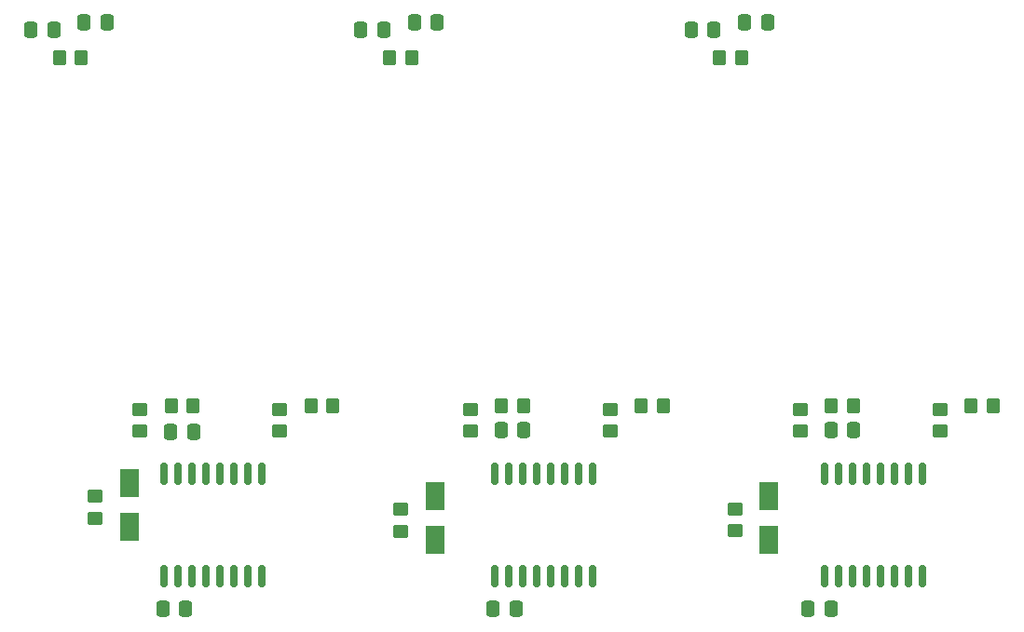
<source format=gbr>
%TF.GenerationSoftware,KiCad,Pcbnew,(7.0.0)*%
%TF.CreationDate,2023-04-01T11:09:39+07:00*%
%TF.ProjectId,gut-kontrol-1kW,6775742d-6b6f-46e7-9472-6f6c2d316b57,rev?*%
%TF.SameCoordinates,Original*%
%TF.FileFunction,Paste,Top*%
%TF.FilePolarity,Positive*%
%FSLAX46Y46*%
G04 Gerber Fmt 4.6, Leading zero omitted, Abs format (unit mm)*
G04 Created by KiCad (PCBNEW (7.0.0)) date 2023-04-01 11:09:39*
%MOMM*%
%LPD*%
G01*
G04 APERTURE LIST*
G04 Aperture macros list*
%AMRoundRect*
0 Rectangle with rounded corners*
0 $1 Rounding radius*
0 $2 $3 $4 $5 $6 $7 $8 $9 X,Y pos of 4 corners*
0 Add a 4 corners polygon primitive as box body*
4,1,4,$2,$3,$4,$5,$6,$7,$8,$9,$2,$3,0*
0 Add four circle primitives for the rounded corners*
1,1,$1+$1,$2,$3*
1,1,$1+$1,$4,$5*
1,1,$1+$1,$6,$7*
1,1,$1+$1,$8,$9*
0 Add four rect primitives between the rounded corners*
20,1,$1+$1,$2,$3,$4,$5,0*
20,1,$1+$1,$4,$5,$6,$7,0*
20,1,$1+$1,$6,$7,$8,$9,0*
20,1,$1+$1,$8,$9,$2,$3,0*%
G04 Aperture macros list end*
%ADD10RoundRect,0.250000X0.337500X0.475000X-0.337500X0.475000X-0.337500X-0.475000X0.337500X-0.475000X0*%
%ADD11RoundRect,0.250000X-0.350000X-0.450000X0.350000X-0.450000X0.350000X0.450000X-0.350000X0.450000X0*%
%ADD12RoundRect,0.250000X0.450000X-0.350000X0.450000X0.350000X-0.450000X0.350000X-0.450000X-0.350000X0*%
%ADD13RoundRect,0.250000X-0.337500X-0.475000X0.337500X-0.475000X0.337500X0.475000X-0.337500X0.475000X0*%
%ADD14RoundRect,0.250000X0.350000X0.450000X-0.350000X0.450000X-0.350000X-0.450000X0.350000X-0.450000X0*%
%ADD15R,1.800000X2.500000*%
%ADD16RoundRect,0.150000X-0.150000X0.875000X-0.150000X-0.875000X0.150000X-0.875000X0.150000X0.875000X0*%
G04 APERTURE END LIST*
D10*
%TO.C,C1*%
X60749000Y-96266000D03*
X58674000Y-96266000D03*
%TD*%
D11*
%TO.C,R17*%
X78530000Y-62230000D03*
X80530000Y-62230000D03*
%TD*%
D12*
%TO.C,R6*%
X79577000Y-105317064D03*
X79577000Y-103317064D03*
%TD*%
D13*
%TO.C,C15*%
X75952500Y-59690000D03*
X78027500Y-59690000D03*
%TD*%
D14*
%TO.C,R12*%
X90690000Y-93964000D03*
X88690000Y-93964000D03*
%TD*%
D15*
%TO.C,D3*%
X113025531Y-102122935D03*
X113025531Y-106122935D03*
%TD*%
D14*
%TO.C,R13*%
X103390000Y-93964000D03*
X101390000Y-93964000D03*
%TD*%
D12*
%TO.C,R7*%
X109925532Y-105300000D03*
X109925532Y-103300000D03*
%TD*%
D15*
%TO.C,D2*%
X82676999Y-102139999D03*
X82676999Y-106139999D03*
%TD*%
D11*
%TO.C,R18*%
X108530000Y-62230000D03*
X110530000Y-62230000D03*
%TD*%
D12*
%TO.C,R9*%
X98580000Y-96234000D03*
X98580000Y-94234000D03*
%TD*%
D13*
%TO.C,C14*%
X45952500Y-59690000D03*
X48027500Y-59690000D03*
%TD*%
%TO.C,C16*%
X105952500Y-59690000D03*
X108027500Y-59690000D03*
%TD*%
D12*
%TO.C,R2*%
X55880000Y-96234000D03*
X55880000Y-94234000D03*
%TD*%
D10*
%TO.C,C5*%
X90742500Y-96164000D03*
X88667500Y-96164000D03*
%TD*%
%TO.C,C6*%
X120742500Y-96164000D03*
X118667500Y-96164000D03*
%TD*%
D12*
%TO.C,R11*%
X128580000Y-96234000D03*
X128580000Y-94234000D03*
%TD*%
D16*
%TO.C,U1*%
X66975000Y-100114000D03*
X65705000Y-100114000D03*
X64435000Y-100114000D03*
X63165000Y-100114000D03*
X61895000Y-100114000D03*
X60625000Y-100114000D03*
X59355000Y-100114000D03*
X58085000Y-100114000D03*
X58085000Y-109414000D03*
X59355000Y-109414000D03*
X60625000Y-109414000D03*
X61895000Y-109414000D03*
X63165000Y-109414000D03*
X64435000Y-109414000D03*
X65705000Y-109414000D03*
X66975000Y-109414000D03*
%TD*%
D10*
%TO.C,C11*%
X52875000Y-59055000D03*
X50800000Y-59055000D03*
%TD*%
D14*
%TO.C,R14*%
X120690000Y-93964000D03*
X118690000Y-93964000D03*
%TD*%
D12*
%TO.C,R10*%
X115880000Y-96234000D03*
X115880000Y-94234000D03*
%TD*%
D15*
%TO.C,D1*%
X54924935Y-100962935D03*
X54924935Y-104962935D03*
%TD*%
D14*
%TO.C,R15*%
X133390000Y-93964000D03*
X131390000Y-93964000D03*
%TD*%
D13*
%TO.C,C2*%
X57962500Y-112404000D03*
X60037500Y-112404000D03*
%TD*%
D12*
%TO.C,R3*%
X68580000Y-96234000D03*
X68580000Y-94234000D03*
%TD*%
D16*
%TO.C,U4*%
X126975000Y-100114000D03*
X125705000Y-100114000D03*
X124435000Y-100114000D03*
X123165000Y-100114000D03*
X121895000Y-100114000D03*
X120625000Y-100114000D03*
X119355000Y-100114000D03*
X118085000Y-100114000D03*
X118085000Y-109414000D03*
X119355000Y-109414000D03*
X120625000Y-109414000D03*
X121895000Y-109414000D03*
X123165000Y-109414000D03*
X124435000Y-109414000D03*
X125705000Y-109414000D03*
X126975000Y-109414000D03*
%TD*%
D12*
%TO.C,R8*%
X85880000Y-96234000D03*
X85880000Y-94234000D03*
%TD*%
D16*
%TO.C,U3*%
X96975000Y-100114000D03*
X95705000Y-100114000D03*
X94435000Y-100114000D03*
X93165000Y-100114000D03*
X91895000Y-100114000D03*
X90625000Y-100114000D03*
X89355000Y-100114000D03*
X88085000Y-100114000D03*
X88085000Y-109414000D03*
X89355000Y-109414000D03*
X90625000Y-109414000D03*
X91895000Y-109414000D03*
X93165000Y-109414000D03*
X94435000Y-109414000D03*
X95705000Y-109414000D03*
X96975000Y-109414000D03*
%TD*%
D10*
%TO.C,C13*%
X112875000Y-59055000D03*
X110800000Y-59055000D03*
%TD*%
D14*
%TO.C,R5*%
X73390000Y-93964000D03*
X71390000Y-93964000D03*
%TD*%
D13*
%TO.C,C3*%
X87962500Y-112404000D03*
X90037500Y-112404000D03*
%TD*%
D12*
%TO.C,R1*%
X51824936Y-104140000D03*
X51824936Y-102140000D03*
%TD*%
D13*
%TO.C,C4*%
X116558500Y-112400000D03*
X118633500Y-112400000D03*
%TD*%
D14*
%TO.C,R4*%
X60690000Y-93964000D03*
X58690000Y-93964000D03*
%TD*%
D10*
%TO.C,C12*%
X82875000Y-59055000D03*
X80800000Y-59055000D03*
%TD*%
D11*
%TO.C,R16*%
X48530000Y-62230000D03*
X50530000Y-62230000D03*
%TD*%
M02*

</source>
